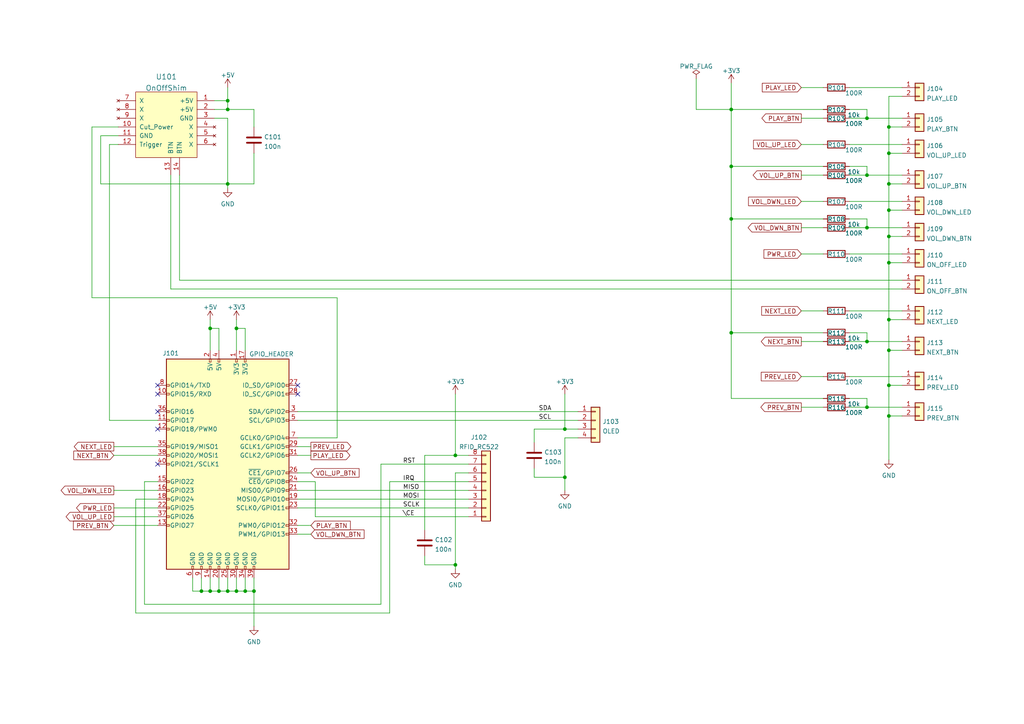
<source format=kicad_sch>
(kicad_sch (version 20210621) (generator eeschema)
  (paper "A4")
  (lib_symbols
    (symbol "Connector:Raspberry_Pi_2_3" (pin_names (offset 1.016))
      (property "Reference" "J" (at -17.78 31.75 0))
      (property "Value" "Raspberry_Pi_2_3" (at 10.16 -31.75 0))
      (symbol "Raspberry_Pi_2_3_0_1"
        (rectangle (start -17.78 30.48) (end 17.78 -30.48) (stroke (width 0.254)) (fill (type background)))
      )
      (symbol "Raspberry_Pi_2_3_1_1"
        (rectangle (start -16.891 -17.526) (end -17.78 -18.034))
        (rectangle (start -16.891 -14.986) (end -17.78 -15.494))
        (rectangle (start -16.891 -12.446) (end -17.78 -12.954))
        (rectangle (start -16.891 -9.906) (end -17.78 -10.414))
        (rectangle (start -16.891 -7.366) (end -17.78 -7.874))
        (rectangle (start -16.891 -4.826) (end -17.78 -5.334))
        (rectangle (start -16.891 0.254) (end -17.78 -0.254))
        (rectangle (start -16.891 2.794) (end -17.78 2.286))
        (rectangle (start -16.891 5.334) (end -17.78 4.826))
        (rectangle (start -16.891 10.414) (end -17.78 9.906))
        (rectangle (start -16.891 12.954) (end -17.78 12.446))
        (rectangle (start -16.891 15.494) (end -17.78 14.986))
        (rectangle (start -16.891 20.574) (end -17.78 20.066))
        (rectangle (start -16.891 23.114) (end -17.78 22.606))
        (rectangle (start -10.414 -29.591) (end -9.906 -30.48))
        (rectangle (start -7.874 -29.591) (end -7.366 -30.48))
        (rectangle (start -5.334 -29.591) (end -4.826 -30.48))
        (rectangle (start -5.334 30.48) (end -4.826 29.591))
        (rectangle (start -2.794 -29.591) (end -2.286 -30.48))
        (rectangle (start -2.794 30.48) (end -2.286 29.591))
        (rectangle (start -0.254 -29.591) (end 0.254 -30.48))
        (rectangle (start 2.286 -29.591) (end 2.794 -30.48))
        (rectangle (start 2.286 30.48) (end 2.794 29.591))
        (rectangle (start 4.826 -29.591) (end 5.334 -30.48))
        (rectangle (start 4.826 30.48) (end 5.334 29.591))
        (rectangle (start 7.366 -29.591) (end 7.874 -30.48))
        (rectangle (start 17.78 -20.066) (end 16.891 -20.574))
        (rectangle (start 17.78 -17.526) (end 16.891 -18.034))
        (rectangle (start 17.78 -12.446) (end 16.891 -12.954))
        (rectangle (start 17.78 -9.906) (end 16.891 -10.414))
        (rectangle (start 17.78 -7.366) (end 16.891 -7.874))
        (rectangle (start 17.78 -4.826) (end 16.891 -5.334))
        (rectangle (start 17.78 -2.286) (end 16.891 -2.794))
        (rectangle (start 17.78 2.794) (end 16.891 2.286))
        (rectangle (start 17.78 5.334) (end 16.891 4.826))
        (rectangle (start 17.78 7.874) (end 16.891 7.366))
        (rectangle (start 17.78 12.954) (end 16.891 12.446))
        (rectangle (start 17.78 15.494) (end 16.891 14.986))
        (rectangle (start 17.78 20.574) (end 16.891 20.066))
        (rectangle (start 17.78 23.114) (end 16.891 22.606))
        (pin power_in line (at 2.54 33.02 270) (length 2.54) (name "3V3") (number "1"))
        (pin bidirectional line (at -20.32 20.32 0) (length 2.54) (name "GPIO15/RXD") (number "10"))
        (pin bidirectional line (at -20.32 12.7 0) (length 2.54) (name "GPIO17") (number "11"))
        (pin bidirectional line (at -20.32 10.16 0) (length 2.54) (name "GPIO18/PWM0") (number "12"))
        (pin bidirectional line (at -20.32 -17.78 0) (length 2.54) (name "GPIO27") (number "13"))
        (pin power_in line (at -5.08 -33.02 90) (length 2.54) (name "GND") (number "14"))
        (pin bidirectional line (at -20.32 -5.08 0) (length 2.54) (name "GPIO22") (number "15"))
        (pin bidirectional line (at -20.32 -7.62 0) (length 2.54) (name "GPIO23") (number "16"))
        (pin power_in line (at 5.08 33.02 270) (length 2.54) (name "3V3") (number "17"))
        (pin bidirectional line (at -20.32 -10.16 0) (length 2.54) (name "GPIO24") (number "18"))
        (pin bidirectional line (at 20.32 -10.16 180) (length 2.54) (name "MOSI0/GPIO10") (number "19"))
        (pin power_in line (at -5.08 33.02 270) (length 2.54) (name "5V") (number "2"))
        (pin power_in line (at -2.54 -33.02 90) (length 2.54) (name "GND") (number "20"))
        (pin bidirectional line (at 20.32 -7.62 180) (length 2.54) (name "MISO0/GPIO9") (number "21"))
        (pin bidirectional line (at -20.32 -12.7 0) (length 2.54) (name "GPIO25") (number "22"))
        (pin bidirectional line (at 20.32 -12.7 180) (length 2.54) (name "SCLK0/GPIO11") (number "23"))
        (pin bidirectional line (at 20.32 -5.08 180) (length 2.54) (name "~{CE0}/GPIO8") (number "24"))
        (pin power_in line (at 0 -33.02 90) (length 2.54) (name "GND") (number "25"))
        (pin bidirectional line (at 20.32 -2.54 180) (length 2.54) (name "~{CE1}/GPIO7") (number "26"))
        (pin bidirectional line (at 20.32 22.86 180) (length 2.54) (name "ID_SD/GPIO0") (number "27"))
        (pin bidirectional line (at 20.32 20.32 180) (length 2.54) (name "ID_SC/GPIO1") (number "28"))
        (pin bidirectional line (at 20.32 5.08 180) (length 2.54) (name "GCLK1/GPIO5") (number "29"))
        (pin bidirectional line (at 20.32 15.24 180) (length 2.54) (name "SDA/GPIO2") (number "3"))
        (pin power_in line (at 2.54 -33.02 90) (length 2.54) (name "GND") (number "30"))
        (pin bidirectional line (at 20.32 2.54 180) (length 2.54) (name "GCLK2/GPIO6") (number "31"))
        (pin bidirectional line (at 20.32 -17.78 180) (length 2.54) (name "PWM0/GPIO12") (number "32"))
        (pin bidirectional line (at 20.32 -20.32 180) (length 2.54) (name "PWM1/GPIO13") (number "33"))
        (pin power_in line (at 5.08 -33.02 90) (length 2.54) (name "GND") (number "34"))
        (pin bidirectional line (at -20.32 5.08 0) (length 2.54) (name "GPIO19/MISO1") (number "35"))
        (pin bidirectional line (at -20.32 15.24 0) (length 2.54) (name "GPIO16") (number "36"))
        (pin bidirectional line (at -20.32 -15.24 0) (length 2.54) (name "GPIO26") (number "37"))
        (pin bidirectional line (at -20.32 2.54 0) (length 2.54) (name "GPIO20/MOSI1") (number "38"))
        (pin power_in line (at 7.62 -33.02 90) (length 2.54) (name "GND") (number "39"))
        (pin power_in line (at -2.54 33.02 270) (length 2.54) (name "5V") (number "4"))
        (pin bidirectional line (at -20.32 0 0) (length 2.54) (name "GPIO21/SCLK1") (number "40"))
        (pin bidirectional line (at 20.32 12.7 180) (length 2.54) (name "SCL/GPIO3") (number "5"))
        (pin power_in line (at -10.16 -33.02 90) (length 2.54) (name "GND") (number "6"))
        (pin bidirectional line (at 20.32 7.62 180) (length 2.54) (name "GCLK0/GPIO4") (number "7"))
        (pin bidirectional line (at -20.32 22.86 0) (length 2.54) (name "GPIO14/TXD") (number "8"))
        (pin power_in line (at -7.62 -33.02 90) (length 2.54) (name "GND") (number "9"))
      )
    )
    (symbol "Connector_Generic:Conn_01x02" (pin_names (offset 1.016) hide)
      (property "Reference" "J" (at 0 2.54 0))
      (property "Value" "Conn_01x02" (at 0 -5.08 0))
      (symbol "Conn_01x02_1_1"
        (rectangle (start -1.27 -2.413) (end 0 -2.667) (stroke (width 0.1524)))
        (rectangle (start -1.27 0.127) (end 0 -0.127) (stroke (width 0.1524)))
        (rectangle (start -1.27 1.27) (end 1.27 -3.81) (stroke (width 0.254)) (fill (type background)))
        (pin passive line (at -5.08 0 0) (length 3.81) (name "Pin_1") (number "1"))
        (pin passive line (at -5.08 -2.54 0) (length 3.81) (name "Pin_2") (number "2"))
      )
    )
    (symbol "Connector_Generic:Conn_01x04" (pin_names (offset 1.016) hide)
      (property "Reference" "J" (at 0 5.08 0))
      (property "Value" "Conn_01x04" (at 0 -7.62 0))
      (symbol "Conn_01x04_1_1"
        (rectangle (start -1.27 -4.953) (end 0 -5.207) (stroke (width 0.1524)))
        (rectangle (start -1.27 -2.413) (end 0 -2.667) (stroke (width 0.1524)))
        (rectangle (start -1.27 0.127) (end 0 -0.127) (stroke (width 0.1524)))
        (rectangle (start -1.27 2.667) (end 0 2.413) (stroke (width 0.1524)))
        (rectangle (start -1.27 3.81) (end 1.27 -6.35) (stroke (width 0.254)) (fill (type background)))
        (pin passive line (at -5.08 2.54 0) (length 3.81) (name "Pin_1") (number "1"))
        (pin passive line (at -5.08 0 0) (length 3.81) (name "Pin_2") (number "2"))
        (pin passive line (at -5.08 -2.54 0) (length 3.81) (name "Pin_3") (number "3"))
        (pin passive line (at -5.08 -5.08 0) (length 3.81) (name "Pin_4") (number "4"))
      )
    )
    (symbol "Connector_Generic:Conn_01x08" (pin_names (offset 1.016) hide)
      (property "Reference" "J" (at 0 10.16 0))
      (property "Value" "Conn_01x08" (at 0 -12.7 0))
      (symbol "Conn_01x08_1_1"
        (rectangle (start -1.27 -10.033) (end 0 -10.287) (stroke (width 0.1524)))
        (rectangle (start -1.27 -7.493) (end 0 -7.747) (stroke (width 0.1524)))
        (rectangle (start -1.27 -4.953) (end 0 -5.207) (stroke (width 0.1524)))
        (rectangle (start -1.27 -2.413) (end 0 -2.667) (stroke (width 0.1524)))
        (rectangle (start -1.27 0.127) (end 0 -0.127) (stroke (width 0.1524)))
        (rectangle (start -1.27 2.667) (end 0 2.413) (stroke (width 0.1524)))
        (rectangle (start -1.27 5.207) (end 0 4.953) (stroke (width 0.1524)))
        (rectangle (start -1.27 7.747) (end 0 7.493) (stroke (width 0.1524)))
        (rectangle (start -1.27 8.89) (end 1.27 -11.43) (stroke (width 0.254)) (fill (type background)))
        (pin passive line (at -5.08 7.62 0) (length 3.81) (name "Pin_1") (number "1"))
        (pin passive line (at -5.08 5.08 0) (length 3.81) (name "Pin_2") (number "2"))
        (pin passive line (at -5.08 2.54 0) (length 3.81) (name "Pin_3") (number "3"))
        (pin passive line (at -5.08 0 0) (length 3.81) (name "Pin_4") (number "4"))
        (pin passive line (at -5.08 -2.54 0) (length 3.81) (name "Pin_5") (number "5"))
        (pin passive line (at -5.08 -5.08 0) (length 3.81) (name "Pin_6") (number "6"))
        (pin passive line (at -5.08 -7.62 0) (length 3.81) (name "Pin_7") (number "7"))
        (pin passive line (at -5.08 -10.16 0) (length 3.81) (name "Pin_8") (number "8"))
      )
    )
    (symbol "Device:C" (pin_numbers hide) (pin_names (offset 0.254))
      (property "Reference" "C" (at 0.635 2.54 0))
      (property "Value" "C" (at 0.635 -2.54 0))
      (symbol "C_0_1"
        (polyline (pts (xy -2.032 -0.762) (xy 2.032 -0.762)) (stroke (width 0.508)))
        (polyline (pts (xy -2.032 0.762) (xy 2.032 0.762)) (stroke (width 0.508)))
      )
      (symbol "C_1_1"
        (pin passive line (at 0 3.81 270) (length 2.794) (name "~") (number "1"))
        (pin passive line (at 0 -3.81 90) (length 2.794) (name "~") (number "2"))
      )
    )
    (symbol "Device:R" (pin_numbers hide) (pin_names (offset 0))
      (property "Reference" "R" (at 2.032 0 90))
      (property "Value" "R" (at 0 0 90))
      (symbol "R_0_1"
        (rectangle (start -1.016 -2.54) (end 1.016 2.54) (stroke (width 0.254)))
      )
      (symbol "R_1_1"
        (pin passive line (at 0 3.81 270) (length 1.27) (name "~") (number "1"))
        (pin passive line (at 0 -3.81 90) (length 1.27) (name "~") (number "2"))
      )
    )
    (symbol "comp_onoffshim:OnOffShim" (pin_names (offset 1.016))
      (property "Reference" "U" (at -7.62 -12.7 0))
      (property "Value" "OnOffShim" (at 0 10.16 0))
      (symbol "OnOffShim_0_1"
        (rectangle (start -8.89 8.89) (end 8.89 -10.16) (fill (type background)))
      )
      (symbol "OnOffShim_1_1"
        (pin power_out line (at 13.97 6.35 180) (length 5.08) (name "+5V") (number "1"))
        (pin input line (at -13.97 -1.27 0) (length 5.08) (name "Cut_Power") (number "10"))
        (pin power_in line (at -13.97 -3.81 0) (length 5.08) (name "GND") (number "11"))
        (pin output line (at -13.97 -6.35 0) (length 5.08) (name "Trigger") (number "12"))
        (pin input line (at 1.27 -15.24 90) (length 5.08) (name "BTN") (number "13"))
        (pin input line (at 3.81 -15.24 90) (length 5.08) (name "BTN") (number "14"))
        (pin power_in line (at 13.97 3.81 180) (length 5.08) (name "+5V") (number "2"))
        (pin power_out line (at 13.97 1.27 180) (length 5.08) (name "GND") (number "3"))
        (pin no_connect line (at 13.97 -1.27 180) (length 5.08) (name "X") (number "4"))
        (pin no_connect line (at 13.97 -3.81 180) (length 5.08) (name "X") (number "5"))
        (pin no_connect line (at 13.97 -6.35 180) (length 5.08) (name "X") (number "6"))
        (pin no_connect line (at -13.97 6.35 0) (length 5.08) (name "X") (number "7"))
        (pin no_connect line (at -13.97 3.81 0) (length 5.08) (name "X") (number "8"))
        (pin no_connect line (at -13.97 1.27 0) (length 5.08) (name "X") (number "9"))
      )
    )
    (symbol "power:+3V3" (power) (pin_names (offset 0))
      (property "Value" "+3V3" (at 0 3.556 0))
      (symbol "+3V3_0_1"
        (polyline (pts (xy -0.762 1.27) (xy 0 2.54)))
        (polyline (pts (xy 0 0) (xy 0 2.54)))
        (polyline (pts (xy 0 2.54) (xy 0.762 1.27)))
      )
      (symbol "+3V3_1_1"
        (pin power_in line (at 0 0 90) (length 0) hide (name "+3V3") (number "1"))
      )
    )
    (symbol "power:+5V" (power) (pin_names (offset 0))
      (property "Value" "+5V" (at 0 3.556 0))
      (symbol "+5V_0_1"
        (polyline (pts (xy -0.762 1.27) (xy 0 2.54)))
        (polyline (pts (xy 0 0) (xy 0 2.54)))
        (polyline (pts (xy 0 2.54) (xy 0.762 1.27)))
      )
      (symbol "+5V_1_1"
        (pin power_in line (at 0 0 90) (length 0) hide (name "+5V") (number "1"))
      )
    )
    (symbol "power:GND" (power) (pin_names (offset 0))
      (property "Value" "GND" (at 0 -3.81 0))
      (symbol "GND_0_1"
        (polyline (pts (xy 0 0) (xy 0 -1.27) (xy 1.27 -1.27) (xy 0 -2.54) (xy -1.27 -1.27) (xy 0 -1.27)))
      )
      (symbol "GND_1_1"
        (pin power_in line (at 0 0 270) (length 0) hide (name "GND") (number "1"))
      )
    )
    (symbol "power:PWR_FLAG" (power) (pin_numbers hide) (pin_names (offset 0) hide)
      (property "Value" "PWR_FLAG" (at 0 3.81 0))
      (symbol "PWR_FLAG_0_0"
        (pin power_out line (at 0 0 90) (length 0) (name "pwr") (number "1"))
      )
      (symbol "PWR_FLAG_0_1"
        (polyline (pts (xy 0 0) (xy 0 1.27) (xy -1.016 1.905) (xy 0 2.54) (xy 1.016 1.905) (xy 0 1.27)))
      )
    )
  )
  (junction (at 58.42 171.45))
  (junction (at 60.96 95.25))
  (junction (at 60.96 171.45))
  (junction (at 63.5 171.45))
  (junction (at 66.04 29.21))
  (junction (at 66.04 31.75))
  (junction (at 66.04 53.34))
  (junction (at 66.04 171.45))
  (junction (at 68.58 95.25))
  (junction (at 68.58 171.45))
  (junction (at 71.12 171.45))
  (junction (at 73.66 171.45))
  (junction (at 132.08 132.08))
  (junction (at 132.08 163.83))
  (junction (at 163.83 124.46))
  (junction (at 163.83 138.43))
  (junction (at 212.09 31.75))
  (junction (at 212.09 48.26))
  (junction (at 212.09 63.5))
  (junction (at 212.09 96.52))
  (junction (at 251.46 34.29))
  (junction (at 251.46 50.8))
  (junction (at 251.46 66.04))
  (junction (at 251.46 99.06))
  (junction (at 251.46 118.11))
  (junction (at 257.81 36.83))
  (junction (at 257.81 44.45))
  (junction (at 257.81 53.34))
  (junction (at 257.81 60.96))
  (junction (at 257.81 68.58))
  (junction (at 257.81 76.2))
  (junction (at 257.81 92.71))
  (junction (at 257.81 101.6))
  (junction (at 257.81 111.76))
  (junction (at 257.81 120.65))
  (no_connect (at 45.72 111.76))
  (no_connect (at 45.72 114.3))
  (no_connect (at 45.72 119.38))
  (no_connect (at 45.72 124.46))
  (no_connect (at 45.72 134.62))
  (no_connect (at 86.36 111.76))
  (no_connect (at 86.36 114.3))
  (wire (pts (xy 26.67 36.83) (xy 34.29 36.83)))
  (wire (pts (xy 26.67 86.36) (xy 26.67 36.83)))
  (wire (pts (xy 29.21 39.37) (xy 29.21 53.34)))
  (wire (pts (xy 29.21 53.34) (xy 66.04 53.34)))
  (wire (pts (xy 31.75 41.91) (xy 31.75 121.92)))
  (wire (pts (xy 31.75 121.92) (xy 45.72 121.92)))
  (wire (pts (xy 33.02 129.54) (xy 45.72 129.54)))
  (wire (pts (xy 33.02 132.08) (xy 45.72 132.08)))
  (wire (pts (xy 33.02 142.24) (xy 45.72 142.24)))
  (wire (pts (xy 33.02 147.32) (xy 45.72 147.32)))
  (wire (pts (xy 33.02 149.86) (xy 45.72 149.86)))
  (wire (pts (xy 33.02 152.4) (xy 45.72 152.4)))
  (wire (pts (xy 34.29 39.37) (xy 29.21 39.37)))
  (wire (pts (xy 34.29 41.91) (xy 31.75 41.91)))
  (wire (pts (xy 39.37 144.78) (xy 45.72 144.78)))
  (wire (pts (xy 39.37 177.8) (xy 39.37 144.78)))
  (wire (pts (xy 41.91 139.7) (xy 45.72 139.7)))
  (wire (pts (xy 41.91 175.26) (xy 41.91 139.7)))
  (wire (pts (xy 49.53 50.8) (xy 49.53 83.82)))
  (wire (pts (xy 52.07 50.8) (xy 52.07 81.28)))
  (wire (pts (xy 55.88 167.64) (xy 55.88 171.45)))
  (wire (pts (xy 55.88 171.45) (xy 58.42 171.45)))
  (wire (pts (xy 58.42 167.64) (xy 58.42 171.45)))
  (wire (pts (xy 58.42 171.45) (xy 60.96 171.45)))
  (wire (pts (xy 60.96 92.71) (xy 60.96 95.25)))
  (wire (pts (xy 60.96 95.25) (xy 60.96 101.6)))
  (wire (pts (xy 60.96 167.64) (xy 60.96 171.45)))
  (wire (pts (xy 60.96 171.45) (xy 63.5 171.45)))
  (wire (pts (xy 62.23 29.21) (xy 66.04 29.21)))
  (wire (pts (xy 62.23 31.75) (xy 66.04 31.75)))
  (wire (pts (xy 62.23 34.29) (xy 66.04 34.29)))
  (wire (pts (xy 63.5 95.25) (xy 60.96 95.25)))
  (wire (pts (xy 63.5 101.6) (xy 63.5 95.25)))
  (wire (pts (xy 63.5 167.64) (xy 63.5 171.45)))
  (wire (pts (xy 63.5 171.45) (xy 66.04 171.45)))
  (wire (pts (xy 66.04 29.21) (xy 66.04 25.4)))
  (wire (pts (xy 66.04 31.75) (xy 66.04 29.21)))
  (wire (pts (xy 66.04 31.75) (xy 73.66 31.75)))
  (wire (pts (xy 66.04 34.29) (xy 66.04 53.34)))
  (wire (pts (xy 66.04 53.34) (xy 66.04 54.61)))
  (wire (pts (xy 66.04 167.64) (xy 66.04 171.45)))
  (wire (pts (xy 66.04 171.45) (xy 68.58 171.45)))
  (wire (pts (xy 68.58 92.71) (xy 68.58 95.25)))
  (wire (pts (xy 68.58 95.25) (xy 68.58 101.6)))
  (wire (pts (xy 68.58 167.64) (xy 68.58 171.45)))
  (wire (pts (xy 68.58 171.45) (xy 71.12 171.45)))
  (wire (pts (xy 71.12 95.25) (xy 68.58 95.25)))
  (wire (pts (xy 71.12 101.6) (xy 71.12 95.25)))
  (wire (pts (xy 71.12 167.64) (xy 71.12 171.45)))
  (wire (pts (xy 71.12 171.45) (xy 73.66 171.45)))
  (wire (pts (xy 73.66 31.75) (xy 73.66 36.83)))
  (wire (pts (xy 73.66 44.45) (xy 73.66 53.34)))
  (wire (pts (xy 73.66 53.34) (xy 66.04 53.34)))
  (wire (pts (xy 73.66 171.45) (xy 73.66 167.64)))
  (wire (pts (xy 73.66 171.45) (xy 73.66 181.61)))
  (wire (pts (xy 86.36 119.38) (xy 167.64 119.38)))
  (wire (pts (xy 86.36 121.92) (xy 167.64 121.92)))
  (wire (pts (xy 86.36 127) (xy 97.79 127)))
  (wire (pts (xy 86.36 129.54) (xy 90.17 129.54)))
  (wire (pts (xy 86.36 132.08) (xy 90.17 132.08)))
  (wire (pts (xy 86.36 137.16) (xy 90.17 137.16)))
  (wire (pts (xy 86.36 142.24) (xy 135.89 142.24)))
  (wire (pts (xy 86.36 144.78) (xy 135.89 144.78)))
  (wire (pts (xy 86.36 147.32) (xy 135.89 147.32)))
  (wire (pts (xy 86.36 152.4) (xy 90.17 152.4)))
  (wire (pts (xy 86.36 154.94) (xy 90.17 154.94)))
  (wire (pts (xy 91.44 139.7) (xy 86.36 139.7)))
  (wire (pts (xy 91.44 149.86) (xy 91.44 139.7)))
  (wire (pts (xy 97.79 86.36) (xy 26.67 86.36)))
  (wire (pts (xy 97.79 127) (xy 97.79 86.36)))
  (wire (pts (xy 110.49 134.62) (xy 110.49 175.26)))
  (wire (pts (xy 110.49 175.26) (xy 41.91 175.26)))
  (wire (pts (xy 113.03 139.7) (xy 113.03 177.8)))
  (wire (pts (xy 113.03 177.8) (xy 39.37 177.8)))
  (wire (pts (xy 123.19 132.08) (xy 132.08 132.08)))
  (wire (pts (xy 123.19 153.67) (xy 123.19 132.08)))
  (wire (pts (xy 123.19 163.83) (xy 123.19 161.29)))
  (wire (pts (xy 132.08 132.08) (xy 132.08 114.3)))
  (wire (pts (xy 132.08 137.16) (xy 132.08 163.83)))
  (wire (pts (xy 132.08 163.83) (xy 123.19 163.83)))
  (wire (pts (xy 132.08 163.83) (xy 132.08 165.1)))
  (wire (pts (xy 135.89 132.08) (xy 132.08 132.08)))
  (wire (pts (xy 135.89 134.62) (xy 110.49 134.62)))
  (wire (pts (xy 135.89 137.16) (xy 132.08 137.16)))
  (wire (pts (xy 135.89 139.7) (xy 113.03 139.7)))
  (wire (pts (xy 135.89 149.86) (xy 91.44 149.86)))
  (wire (pts (xy 154.94 124.46) (xy 154.94 128.27)))
  (wire (pts (xy 154.94 135.89) (xy 154.94 138.43)))
  (wire (pts (xy 154.94 138.43) (xy 163.83 138.43)))
  (wire (pts (xy 163.83 114.3) (xy 163.83 124.46)))
  (wire (pts (xy 163.83 124.46) (xy 154.94 124.46)))
  (wire (pts (xy 163.83 127) (xy 163.83 138.43)))
  (wire (pts (xy 163.83 138.43) (xy 163.83 142.24)))
  (wire (pts (xy 167.64 124.46) (xy 163.83 124.46)))
  (wire (pts (xy 167.64 127) (xy 163.83 127)))
  (wire (pts (xy 201.93 31.75) (xy 201.93 22.86)))
  (wire (pts (xy 212.09 24.13) (xy 212.09 31.75)))
  (wire (pts (xy 212.09 31.75) (xy 201.93 31.75)))
  (wire (pts (xy 212.09 31.75) (xy 212.09 48.26)))
  (wire (pts (xy 212.09 31.75) (xy 238.76 31.75)))
  (wire (pts (xy 212.09 48.26) (xy 212.09 63.5)))
  (wire (pts (xy 212.09 48.26) (xy 238.76 48.26)))
  (wire (pts (xy 212.09 96.52) (xy 212.09 63.5)))
  (wire (pts (xy 212.09 115.57) (xy 212.09 96.52)))
  (wire (pts (xy 232.41 25.4) (xy 238.76 25.4)))
  (wire (pts (xy 232.41 34.29) (xy 238.76 34.29)))
  (wire (pts (xy 232.41 41.91) (xy 238.76 41.91)))
  (wire (pts (xy 232.41 50.8) (xy 238.76 50.8)))
  (wire (pts (xy 232.41 58.42) (xy 238.76 58.42)))
  (wire (pts (xy 232.41 66.04) (xy 238.76 66.04)))
  (wire (pts (xy 232.41 73.66) (xy 238.76 73.66)))
  (wire (pts (xy 232.41 90.17) (xy 238.76 90.17)))
  (wire (pts (xy 232.41 99.06) (xy 238.76 99.06)))
  (wire (pts (xy 232.41 109.22) (xy 238.76 109.22)))
  (wire (pts (xy 232.41 118.11) (xy 238.76 118.11)))
  (wire (pts (xy 238.76 63.5) (xy 212.09 63.5)))
  (wire (pts (xy 238.76 96.52) (xy 212.09 96.52)))
  (wire (pts (xy 238.76 115.57) (xy 212.09 115.57)))
  (wire (pts (xy 246.38 25.4) (xy 261.62 25.4)))
  (wire (pts (xy 246.38 31.75) (xy 251.46 31.75)))
  (wire (pts (xy 246.38 34.29) (xy 251.46 34.29)))
  (wire (pts (xy 246.38 41.91) (xy 261.62 41.91)))
  (wire (pts (xy 246.38 50.8) (xy 251.46 50.8)))
  (wire (pts (xy 246.38 58.42) (xy 261.62 58.42)))
  (wire (pts (xy 246.38 63.5) (xy 251.46 63.5)))
  (wire (pts (xy 246.38 66.04) (xy 251.46 66.04)))
  (wire (pts (xy 246.38 90.17) (xy 261.62 90.17)))
  (wire (pts (xy 246.38 96.52) (xy 251.46 96.52)))
  (wire (pts (xy 246.38 99.06) (xy 251.46 99.06)))
  (wire (pts (xy 246.38 109.22) (xy 261.62 109.22)))
  (wire (pts (xy 246.38 115.57) (xy 251.46 115.57)))
  (wire (pts (xy 246.38 118.11) (xy 251.46 118.11)))
  (wire (pts (xy 251.46 31.75) (xy 251.46 34.29)))
  (wire (pts (xy 251.46 34.29) (xy 261.62 34.29)))
  (wire (pts (xy 251.46 48.26) (xy 246.38 48.26)))
  (wire (pts (xy 251.46 50.8) (xy 251.46 48.26)))
  (wire (pts (xy 251.46 50.8) (xy 261.62 50.8)))
  (wire (pts (xy 251.46 63.5) (xy 251.46 66.04)))
  (wire (pts (xy 251.46 66.04) (xy 261.62 66.04)))
  (wire (pts (xy 251.46 96.52) (xy 251.46 99.06)))
  (wire (pts (xy 251.46 99.06) (xy 261.62 99.06)))
  (wire (pts (xy 251.46 115.57) (xy 251.46 118.11)))
  (wire (pts (xy 251.46 118.11) (xy 261.62 118.11)))
  (wire (pts (xy 257.81 27.94) (xy 257.81 36.83)))
  (wire (pts (xy 257.81 36.83) (xy 257.81 44.45)))
  (wire (pts (xy 257.81 44.45) (xy 257.81 53.34)))
  (wire (pts (xy 257.81 53.34) (xy 257.81 60.96)))
  (wire (pts (xy 257.81 60.96) (xy 257.81 68.58)))
  (wire (pts (xy 257.81 68.58) (xy 257.81 76.2)))
  (wire (pts (xy 257.81 76.2) (xy 261.62 76.2)))
  (wire (pts (xy 257.81 92.71) (xy 257.81 76.2)))
  (wire (pts (xy 257.81 92.71) (xy 261.62 92.71)))
  (wire (pts (xy 257.81 101.6) (xy 257.81 92.71)))
  (wire (pts (xy 257.81 101.6) (xy 261.62 101.6)))
  (wire (pts (xy 257.81 111.76) (xy 257.81 101.6)))
  (wire (pts (xy 257.81 111.76) (xy 261.62 111.76)))
  (wire (pts (xy 257.81 120.65) (xy 257.81 111.76)))
  (wire (pts (xy 257.81 120.65) (xy 261.62 120.65)))
  (wire (pts (xy 257.81 133.35) (xy 257.81 120.65)))
  (wire (pts (xy 261.62 27.94) (xy 257.81 27.94)))
  (wire (pts (xy 261.62 36.83) (xy 257.81 36.83)))
  (wire (pts (xy 261.62 44.45) (xy 257.81 44.45)))
  (wire (pts (xy 261.62 53.34) (xy 257.81 53.34)))
  (wire (pts (xy 261.62 60.96) (xy 257.81 60.96)))
  (wire (pts (xy 261.62 68.58) (xy 257.81 68.58)))
  (wire (pts (xy 261.62 73.66) (xy 246.38 73.66)))
  (wire (pts (xy 261.62 81.28) (xy 52.07 81.28)))
  (wire (pts (xy 261.62 83.82) (xy 49.53 83.82)))
  (label "RST" (at 116.84 134.62 0))
  (label "IRQ" (at 116.84 139.7 0))
  (label "MISO" (at 116.84 142.24 0))
  (label "MOSI" (at 116.84 144.78 0))
  (label "SCLK" (at 116.84 147.32 0))
  (label "\\CE" (at 116.84 149.86 0))
  (label "SDA" (at 156.21 119.38 0))
  (label "SCL" (at 156.21 121.92 0))
  (global_label "NEXT_LED" (shape output) (at 33.02 129.54 180) (property "Intersheet References" "${INTERSHEET_REFS}" (effects hide)))
  (global_label "NEXT_BTN" (shape input) (at 33.02 132.08 180) (property "Intersheet References" "${INTERSHEET_REFS}" (effects hide)))
  (global_label "VOL_DWN_LED" (shape output) (at 33.02 142.24 180) (property "Intersheet References" "${INTERSHEET_REFS}" (effects hide)))
  (global_label "PWR_LED" (shape output) (at 33.02 147.32 180) (property "Intersheet References" "${INTERSHEET_REFS}" (effects hide)))
  (global_label "VOL_UP_LED" (shape output) (at 33.02 149.86 180) (property "Intersheet References" "${INTERSHEET_REFS}" (effects hide)))
  (global_label "PREV_BTN" (shape input) (at 33.02 152.4 180) (property "Intersheet References" "${INTERSHEET_REFS}" (effects hide)))
  (global_label "PREV_LED" (shape output) (at 90.17 129.54 0) (property "Intersheet References" "${INTERSHEET_REFS}" (effects hide)))
  (global_label "PLAY_LED" (shape output) (at 90.17 132.08 0) (property "Intersheet References" "${INTERSHEET_REFS}" (effects hide)))
  (global_label "VOL_UP_BTN" (shape input) (at 90.17 137.16 0) (property "Intersheet References" "${INTERSHEET_REFS}" (effects hide)))
  (global_label "PLAY_BTN" (shape input) (at 90.17 152.4 0) (property "Intersheet References" "${INTERSHEET_REFS}" (effects hide)))
  (global_label "VOL_DWN_BTN" (shape input) (at 90.17 154.94 0) (property "Intersheet References" "${INTERSHEET_REFS}" (effects hide)))
  (global_label "PLAY_LED" (shape input) (at 232.41 25.4 180) (property "Intersheet References" "${INTERSHEET_REFS}" (effects hide)))
  (global_label "PLAY_BTN" (shape output) (at 232.41 34.29 180) (property "Intersheet References" "${INTERSHEET_REFS}" (effects hide)))
  (global_label "VOL_UP_LED" (shape input) (at 232.41 41.91 180) (property "Intersheet References" "${INTERSHEET_REFS}" (effects hide)))
  (global_label "VOL_UP_BTN" (shape output) (at 232.41 50.8 180) (property "Intersheet References" "${INTERSHEET_REFS}" (effects hide)))
  (global_label "VOL_DWN_LED" (shape input) (at 232.41 58.42 180) (property "Intersheet References" "${INTERSHEET_REFS}" (effects hide)))
  (global_label "VOL_DWN_BTN" (shape output) (at 232.41 66.04 180) (property "Intersheet References" "${INTERSHEET_REFS}" (effects hide)))
  (global_label "PWR_LED" (shape input) (at 232.41 73.66 180) (property "Intersheet References" "${INTERSHEET_REFS}" (effects hide)))
  (global_label "NEXT_LED" (shape input) (at 232.41 90.17 180) (property "Intersheet References" "${INTERSHEET_REFS}" (effects hide)))
  (global_label "NEXT_BTN" (shape output) (at 232.41 99.06 180) (property "Intersheet References" "${INTERSHEET_REFS}" (effects hide)))
  (global_label "PREV_LED" (shape input) (at 232.41 109.22 180) (property "Intersheet References" "${INTERSHEET_REFS}" (effects hide)))
  (global_label "PREV_BTN" (shape output) (at 232.41 118.11 180) (property "Intersheet References" "${INTERSHEET_REFS}" (effects hide)))
  (symbol (lib_id "power:+5V") (at 60.96 92.71 0) (unit 1)
    (property "Reference" "#PWR0101" (effects hide))
    (property "Value" "+5V" (at 60.96 89.1054 0))
  )
  (symbol (lib_id "power:+5V") (at 66.04 25.4 0) (unit 1)
    (property "Reference" "#PWR0102" (effects hide))
    (property "Value" "+5V" (at 66.04 21.7954 0))
  )
  (symbol (lib_id "power:+3V3") (at 68.58 92.71 0) (unit 1)
    (property "Reference" "#PWR0104" (effects hide))
    (property "Value" "+3V3" (at 68.58 89.1054 0))
  )
  (symbol (lib_id "power:+3V3") (at 132.08 114.3 0) (unit 1)
    (property "Reference" "#PWR0106" (effects hide))
    (property "Value" "+3V3" (at 132.08 110.6954 0))
  )
  (symbol (lib_id "power:+3V3") (at 163.83 114.3 0) (unit 1)
    (property "Reference" "#PWR0108" (effects hide))
    (property "Value" "+3V3" (at 163.83 110.6954 0))
  )
  (symbol (lib_id "power:+3V3") (at 212.09 24.13 0) (unit 1)
    (property "Reference" "#PWR0110" (effects hide))
    (property "Value" "+3V3" (at 212.09 20.5254 0))
  )
  (symbol (lib_id "power:PWR_FLAG") (at 201.93 22.86 0) (unit 1)
    (property "Reference" "#FLG0103" (effects hide))
    (property "Value" "PWR_FLAG" (at 201.93 19.2554 0))
  )
  (symbol (lib_id "power:GND") (at 66.04 54.61 0) (unit 1)
    (property "Reference" "#PWR0103" (effects hide))
    (property "Value" "GND" (at 66.04 59.1726 0))
  )
  (symbol (lib_id "power:GND") (at 73.66 181.61 0) (unit 1)
    (property "Reference" "#PWR0105" (effects hide))
    (property "Value" "GND" (at 73.66 186.1726 0))
  )
  (symbol (lib_id "power:GND") (at 132.08 165.1 0) (unit 1)
    (property "Reference" "#PWR0107" (effects hide))
    (property "Value" "GND" (at 132.08 169.6626 0))
  )
  (symbol (lib_id "power:GND") (at 163.83 142.24 0) (unit 1)
    (property "Reference" "#PWR0109" (effects hide))
    (property "Value" "GND" (at 163.83 146.8026 0))
  )
  (symbol (lib_id "power:GND") (at 257.81 133.35 0) (unit 1)
    (property "Reference" "#PWR0111" (effects hide))
    (property "Value" "GND" (at 257.81 137.9126 0))
  )
  (symbol (lib_id "Device:R") (at 242.57 25.4 90) (unit 1)
    (property "Reference" "R101" (at 242.57 25.4974 90))
    (property "Value" "100R" (at 247.65 27.0025 90))
    (property "Footprint" "Resistor_SMD:R_0603_1608Metric" (effects hide))
  )
  (symbol (lib_id "Device:R") (at 242.57 31.75 90) (unit 1)
    (property "Reference" "R102" (at 242.57 31.8474 90))
    (property "Value" "10k" (at 247.65 33.3525 90))
    (property "Footprint" "Resistor_SMD:R_0603_1608Metric" (effects hide))
  )
  (symbol (lib_id "Device:R") (at 242.57 34.29 90) (unit 1)
    (property "Reference" "R103" (at 242.57 34.3874 90))
    (property "Value" "100R" (at 247.65 35.8925 90))
    (property "Footprint" "Resistor_SMD:R_0603_1608Metric" (effects hide))
  )
  (symbol (lib_id "Device:R") (at 242.57 41.91 90) (unit 1)
    (property "Reference" "R104" (at 242.57 42.0074 90))
    (property "Value" "100R" (at 247.65 43.5125 90))
    (property "Footprint" "Resistor_SMD:R_0603_1608Metric" (effects hide))
  )
  (symbol (lib_id "Device:R") (at 242.57 48.26 90) (unit 1)
    (property "Reference" "R105" (at 242.57 48.3574 90))
    (property "Value" "10k" (at 247.65 49.8625 90))
    (property "Footprint" "Resistor_SMD:R_0603_1608Metric" (effects hide))
  )
  (symbol (lib_id "Device:R") (at 242.57 50.8 90) (unit 1)
    (property "Reference" "R106" (at 242.57 50.8974 90))
    (property "Value" "100R" (at 247.65 52.4025 90))
    (property "Footprint" "Resistor_SMD:R_0603_1608Metric" (effects hide))
  )
  (symbol (lib_id "Device:R") (at 242.57 58.42 90) (unit 1)
    (property "Reference" "R107" (at 242.57 58.5174 90))
    (property "Value" "100R" (at 247.65 60.0225 90))
    (property "Footprint" "Resistor_SMD:R_0603_1608Metric" (effects hide))
  )
  (symbol (lib_id "Device:R") (at 242.57 63.5 90) (unit 1)
    (property "Reference" "R108" (at 242.57 63.5974 90))
    (property "Value" "10k" (at 247.65 65.1025 90))
    (property "Footprint" "Resistor_SMD:R_0603_1608Metric" (effects hide))
  )
  (symbol (lib_id "Device:R") (at 242.57 66.04 90) (unit 1)
    (property "Reference" "R109" (at 242.57 66.1374 90))
    (property "Value" "100R" (at 247.65 67.6425 90))
    (property "Footprint" "Resistor_SMD:R_0603_1608Metric" (effects hide))
  )
  (symbol (lib_id "Device:R") (at 242.57 73.66 90) (unit 1)
    (property "Reference" "R110" (at 242.57 73.7574 90))
    (property "Value" "100R" (at 247.65 75.2625 90))
    (property "Footprint" "Resistor_SMD:R_0603_1608Metric" (effects hide))
  )
  (symbol (lib_id "Device:R") (at 242.57 90.17 90) (unit 1)
    (property "Reference" "R111" (at 242.57 90.2674 90))
    (property "Value" "100R" (at 247.65 91.7725 90))
    (property "Footprint" "Resistor_SMD:R_0603_1608Metric" (effects hide))
  )
  (symbol (lib_id "Device:R") (at 242.57 96.52 90) (unit 1)
    (property "Reference" "R112" (at 242.57 96.6174 90))
    (property "Value" "10k" (at 247.65 98.1225 90))
    (property "Footprint" "Resistor_SMD:R_0603_1608Metric" (effects hide))
  )
  (symbol (lib_id "Device:R") (at 242.57 99.06 90) (unit 1)
    (property "Reference" "R113" (at 242.57 99.1574 90))
    (property "Value" "100R" (at 247.65 100.6625 90))
    (property "Footprint" "Resistor_SMD:R_0603_1608Metric" (effects hide))
  )
  (symbol (lib_id "Device:R") (at 242.57 109.22 90) (unit 1)
    (property "Reference" "R114" (at 242.57 109.3174 90))
    (property "Value" "100R" (at 247.65 110.8225 90))
    (property "Footprint" "Resistor_SMD:R_0603_1608Metric" (effects hide))
  )
  (symbol (lib_id "Device:R") (at 242.57 115.57 90) (unit 1)
    (property "Reference" "R115" (at 242.57 115.6674 90))
    (property "Value" "10k" (at 247.65 117.1725 90))
    (property "Footprint" "Resistor_SMD:R_0603_1608Metric" (effects hide))
  )
  (symbol (lib_id "Device:R") (at 242.57 118.11 90) (unit 1)
    (property "Reference" "R116" (at 242.57 118.2074 90))
    (property "Value" "100R" (at 247.65 119.7125 90))
    (property "Footprint" "Resistor_SMD:R_0603_1608Metric" (effects hide))
  )
  (symbol (lib_id "Connector_Generic:Conn_01x02") (at 266.7 25.4 0) (unit 1)
    (property "Reference" "J104" (at 268.7321 25.7615 0) (effects (justify left)))
    (property "Value" "PLAY_LED" (at 268.7321 28.5366 0) (effects (justify left)))
    (property "Footprint" "Connector_JST:JST_PH_S2B-PH-K_1x02_P2.00mm_Horizontal" (effects hide))
  )
  (symbol (lib_id "Connector_Generic:Conn_01x02") (at 266.7 34.29 0) (unit 1)
    (property "Reference" "J105" (at 268.7321 34.6515 0) (effects (justify left)))
    (property "Value" "PLAY_BTN" (at 268.7321 37.4266 0) (effects (justify left)))
    (property "Footprint" "Connector_JST:JST_PH_S2B-PH-K_1x02_P2.00mm_Horizontal" (effects hide))
  )
  (symbol (lib_id "Connector_Generic:Conn_01x02") (at 266.7 41.91 0) (unit 1)
    (property "Reference" "J106" (at 268.7321 42.2715 0) (effects (justify left)))
    (property "Value" "VOL_UP_LED" (at 268.7321 45.0466 0) (effects (justify left)))
    (property "Footprint" "Connector_JST:JST_PH_S2B-PH-K_1x02_P2.00mm_Horizontal" (effects hide))
  )
  (symbol (lib_id "Connector_Generic:Conn_01x02") (at 266.7 50.8 0) (unit 1)
    (property "Reference" "J107" (at 268.7321 51.1615 0) (effects (justify left)))
    (property "Value" "VOL_UP_BTN" (at 268.7321 53.9366 0) (effects (justify left)))
    (property "Footprint" "Connector_JST:JST_PH_S2B-PH-K_1x02_P2.00mm_Horizontal" (effects hide))
  )
  (symbol (lib_id "Connector_Generic:Conn_01x02") (at 266.7 58.42 0) (unit 1)
    (property "Reference" "J108" (at 268.7321 58.7815 0) (effects (justify left)))
    (property "Value" "VOL_DWN_LED" (at 268.7321 61.5566 0) (effects (justify left)))
    (property "Footprint" "Connector_JST:JST_PH_S2B-PH-K_1x02_P2.00mm_Horizontal" (effects hide))
  )
  (symbol (lib_id "Connector_Generic:Conn_01x02") (at 266.7 66.04 0) (unit 1)
    (property "Reference" "J109" (at 268.7321 66.4015 0) (effects (justify left)))
    (property "Value" "VOL_DWN_BTN" (at 268.7321 69.1766 0) (effects (justify left)))
    (property "Footprint" "Connector_JST:JST_PH_S2B-PH-K_1x02_P2.00mm_Horizontal" (effects hide))
  )
  (symbol (lib_id "Connector_Generic:Conn_01x02") (at 266.7 73.66 0) (unit 1)
    (property "Reference" "J110" (at 268.7321 74.0215 0) (effects (justify left)))
    (property "Value" "ON_OFF_LED" (at 268.7321 76.7966 0) (effects (justify left)))
    (property "Footprint" "Connector_JST:JST_PH_S2B-PH-K_1x02_P2.00mm_Horizontal" (effects hide))
  )
  (symbol (lib_id "Connector_Generic:Conn_01x02") (at 266.7 81.28 0) (unit 1)
    (property "Reference" "J111" (at 268.7321 81.6415 0) (effects (justify left)))
    (property "Value" "ON_OFF_BTN" (at 268.7321 84.4166 0) (effects (justify left)))
    (property "Footprint" "Connector_JST:JST_PH_S2B-PH-K_1x02_P2.00mm_Horizontal" (effects hide))
  )
  (symbol (lib_id "Connector_Generic:Conn_01x02") (at 266.7 90.17 0) (unit 1)
    (property "Reference" "J112" (at 268.7321 90.5315 0) (effects (justify left)))
    (property "Value" "NEXT_LED" (at 268.7321 93.3066 0) (effects (justify left)))
    (property "Footprint" "Connector_JST:JST_PH_S2B-PH-K_1x02_P2.00mm_Horizontal" (effects hide))
  )
  (symbol (lib_id "Connector_Generic:Conn_01x02") (at 266.7 99.06 0) (unit 1)
    (property "Reference" "J113" (at 268.7321 99.4215 0) (effects (justify left)))
    (property "Value" "NEXT_BTN" (at 268.7321 102.1966 0) (effects (justify left)))
    (property "Footprint" "Connector_JST:JST_PH_S2B-PH-K_1x02_P2.00mm_Horizontal" (effects hide))
  )
  (symbol (lib_id "Connector_Generic:Conn_01x02") (at 266.7 109.22 0) (unit 1)
    (property "Reference" "J114" (at 268.7321 109.5815 0) (effects (justify left)))
    (property "Value" "PREV_LED" (at 268.7321 112.3566 0) (effects (justify left)))
    (property "Footprint" "Connector_JST:JST_PH_S2B-PH-K_1x02_P2.00mm_Horizontal" (effects hide))
  )
  (symbol (lib_id "Connector_Generic:Conn_01x02") (at 266.7 118.11 0) (unit 1)
    (property "Reference" "J115" (at 268.7321 118.4715 0) (effects (justify left)))
    (property "Value" "PREV_BTN" (at 268.7321 121.2466 0) (effects (justify left)))
    (property "Footprint" "Connector_JST:JST_PH_S2B-PH-K_1x02_P2.00mm_Horizontal" (effects hide))
  )
  (symbol (lib_id "Device:C") (at 73.66 40.64 0) (unit 1)
    (property "Reference" "C101" (at 76.5811 39.7315 0) (effects (justify left)))
    (property "Value" "100n" (at 76.5811 42.5066 0) (effects (justify left)))
    (property "Footprint" "Capacitor_SMD:C_0603_1608Metric" (effects hide))
  )
  (symbol (lib_id "Device:C") (at 123.19 157.48 0) (unit 1)
    (property "Reference" "C102" (at 126.1111 156.5715 0) (effects (justify left)))
    (property "Value" "100n" (at 126.1111 159.3466 0) (effects (justify left)))
    (property "Footprint" "Capacitor_SMD:C_0603_1608Metric" (effects hide))
  )
  (symbol (lib_id "Device:C") (at 154.94 132.08 0) (unit 1)
    (property "Reference" "C103" (at 157.8611 131.1715 0) (effects (justify left)))
    (property "Value" "100n" (at 157.8611 133.9466 0) (effects (justify left)))
    (property "Footprint" "Capacitor_SMD:C_0603_1608Metric" (effects hide))
  )
  (symbol (lib_id "Connector_Generic:Conn_01x04") (at 172.72 121.92 0) (unit 1)
    (property "Reference" "J103" (at 174.7521 122.2815 0) (effects (justify left)))
    (property "Value" "OLED" (at 174.7521 125.0566 0) (effects (justify left)))
    (property "Footprint" "Connector_JST:JST_PH_S4B-PH-K_1x04_P2.00mm_Horizontal" (effects hide))
  )
  (symbol (lib_id "Connector_Generic:Conn_01x08") (at 140.97 142.24 0) (mirror x) (unit 1)
    (property "Reference" "J102" (at 138.938 126.8434 0))
    (property "Value" "RFID_RC522" (at 138.938 129.6185 0))
    (property "Footprint" "Connector_IDC:IDC-Header_2x05_P2.54mm_Vertical" (effects hide))
  )
  (symbol (lib_id "comp_onoffshim:OnOffShim") (at 48.26 35.56 0) (unit 1)
    (property "Reference" "U101" (at 48.26 22.266 0) (effects (font (size 1.524 1.524))))
    (property "Value" "OnOffShim" (at 48.26 25.545 0) (effects (font (size 1.524 1.524))))
    (property "Footprint" "footprints:OnOffShim" (effects hide))
  )
  (symbol (lib_id "Connector:Raspberry_Pi_2_3") (at 66.04 134.62 0) (unit 1)
    (property "Reference" "J101" (at 49.53 102.4594 0))
    (property "Value" "GPIO_HEADER" (at 78.74 102.6945 0))
    (property "Footprint" "Connector_PinSocket_2.54mm:PinSocket_2x20_P2.54mm_Vertical" (effects hide))
    (property "Datasheet" "https://www.raspberrypi.org/documentation/hardware/raspberrypi/schematics/rpi_SCH_3bplus_1p0_reduced.pdf" (effects hide))
  )
)
</source>
